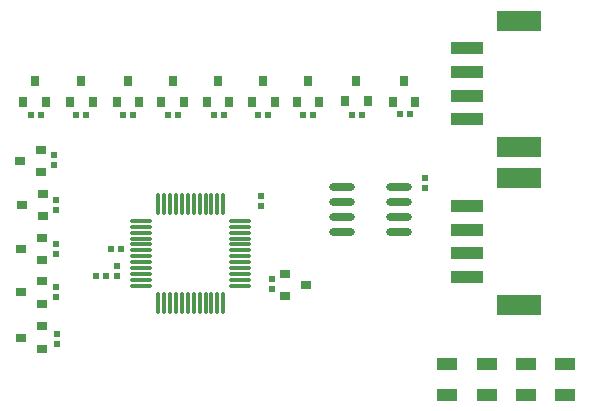
<source format=gtp>
G04*
G04 #@! TF.GenerationSoftware,Altium Limited,Altium Designer,21.1.0 (24)*
G04*
G04 Layer_Color=8421504*
%FSLAX25Y25*%
%MOIN*%
G70*
G04*
G04 #@! TF.SameCoordinates,F511F5FD-4682-4DAA-AC6C-A49189F54C52*
G04*
G04*
G04 #@! TF.FilePolarity,Positive*
G04*
G01*
G75*
%ADD14O,0.07480X0.01181*%
%ADD15O,0.01181X0.07480*%
%ADD16R,0.03827X0.03158*%
%ADD17R,0.02165X0.02362*%
%ADD18R,0.03158X0.03827*%
%ADD19R,0.02362X0.02165*%
%ADD20R,0.02047X0.02047*%
%ADD21R,0.02047X0.02047*%
%ADD22R,0.10630X0.03937*%
%ADD23R,0.14961X0.07087*%
%ADD24O,0.08661X0.02362*%
%ADD25R,0.06693X0.04331*%
D14*
X66465Y74327D02*
D03*
Y72358D02*
D03*
Y70390D02*
D03*
Y68421D02*
D03*
Y66453D02*
D03*
Y64484D02*
D03*
Y62516D02*
D03*
Y60547D02*
D03*
Y58579D02*
D03*
Y56610D02*
D03*
Y54642D02*
D03*
Y52673D02*
D03*
X99535D02*
D03*
Y54642D02*
D03*
Y56610D02*
D03*
Y58579D02*
D03*
Y60547D02*
D03*
Y62516D02*
D03*
Y64484D02*
D03*
Y66453D02*
D03*
Y68421D02*
D03*
Y70390D02*
D03*
Y72358D02*
D03*
Y74327D02*
D03*
D15*
X72173Y46965D02*
D03*
X74142D02*
D03*
X76110D02*
D03*
X78079D02*
D03*
X80047D02*
D03*
X82016D02*
D03*
X83984D02*
D03*
X85953D02*
D03*
X87921D02*
D03*
X89890D02*
D03*
X91858D02*
D03*
X93827D02*
D03*
Y80036D02*
D03*
X91858D02*
D03*
X89890D02*
D03*
X87921D02*
D03*
X85953D02*
D03*
X83984D02*
D03*
X82016D02*
D03*
X80047D02*
D03*
X78079D02*
D03*
X76110D02*
D03*
X74142D02*
D03*
X72173D02*
D03*
D16*
X26352Y35379D02*
D03*
X33321Y31638D02*
D03*
Y39119D02*
D03*
X26516Y50500D02*
D03*
X33484Y46760D02*
D03*
Y54240D02*
D03*
X25997Y94363D02*
D03*
X32966Y90623D02*
D03*
Y98104D02*
D03*
X26704Y79609D02*
D03*
X33673Y75869D02*
D03*
Y83349D02*
D03*
X26516Y65000D02*
D03*
X33484Y61260D02*
D03*
Y68740D02*
D03*
X114516Y49211D02*
D03*
Y56691D02*
D03*
X121484Y52951D02*
D03*
D17*
X38500Y33327D02*
D03*
Y36673D02*
D03*
X38000Y48827D02*
D03*
Y52173D02*
D03*
X37466Y92930D02*
D03*
Y96277D02*
D03*
X106500Y79154D02*
D03*
Y82500D02*
D03*
X38189Y77936D02*
D03*
Y81282D02*
D03*
X38000Y63327D02*
D03*
Y66673D02*
D03*
X110016Y51518D02*
D03*
Y54864D02*
D03*
X58500Y55827D02*
D03*
Y59173D02*
D03*
D18*
X154000Y120984D02*
D03*
X150260Y114016D02*
D03*
X157740D02*
D03*
X138194Y121075D02*
D03*
X134453Y114107D02*
D03*
X141934D02*
D03*
X92073Y120939D02*
D03*
X88332Y113970D02*
D03*
X95813D02*
D03*
X76908Y121017D02*
D03*
X73167Y114048D02*
D03*
X80648D02*
D03*
X62000Y120984D02*
D03*
X58260Y114016D02*
D03*
X65740D02*
D03*
X46565Y120964D02*
D03*
X42825Y113995D02*
D03*
X50305D02*
D03*
X30933Y120984D02*
D03*
X27193Y114016D02*
D03*
X34673D02*
D03*
X107217Y120914D02*
D03*
X103476Y113946D02*
D03*
X110957D02*
D03*
X125886Y114072D02*
D03*
X118406D02*
D03*
X122146Y121041D02*
D03*
D19*
X90640Y109470D02*
D03*
X93986D02*
D03*
X75494Y109548D02*
D03*
X78841D02*
D03*
X60327Y109500D02*
D03*
X63673D02*
D03*
X44892Y109479D02*
D03*
X48238D02*
D03*
X29634Y109500D02*
D03*
X32981D02*
D03*
X105303Y109446D02*
D03*
X108650D02*
D03*
X139949Y109562D02*
D03*
X136602D02*
D03*
X123726Y109643D02*
D03*
X120379D02*
D03*
X155942Y109944D02*
D03*
X152596D02*
D03*
D20*
X51425Y56000D02*
D03*
X54575D02*
D03*
X56425Y65000D02*
D03*
X59575D02*
D03*
D21*
X161000Y85425D02*
D03*
Y88575D02*
D03*
D22*
X174996Y131811D02*
D03*
Y123937D02*
D03*
Y116063D02*
D03*
Y108189D02*
D03*
Y79311D02*
D03*
Y71437D02*
D03*
Y63563D02*
D03*
Y55689D02*
D03*
D23*
X192516Y98937D02*
D03*
Y141063D02*
D03*
Y46437D02*
D03*
Y88563D02*
D03*
D24*
X152449Y70500D02*
D03*
Y75500D02*
D03*
Y80500D02*
D03*
Y85500D02*
D03*
X133551Y70500D02*
D03*
Y75500D02*
D03*
Y80500D02*
D03*
Y85500D02*
D03*
D25*
X207740Y16366D02*
D03*
Y26602D02*
D03*
X194740Y16366D02*
D03*
Y26602D02*
D03*
X181740Y16366D02*
D03*
Y26602D02*
D03*
X168240Y16366D02*
D03*
Y26602D02*
D03*
M02*

</source>
